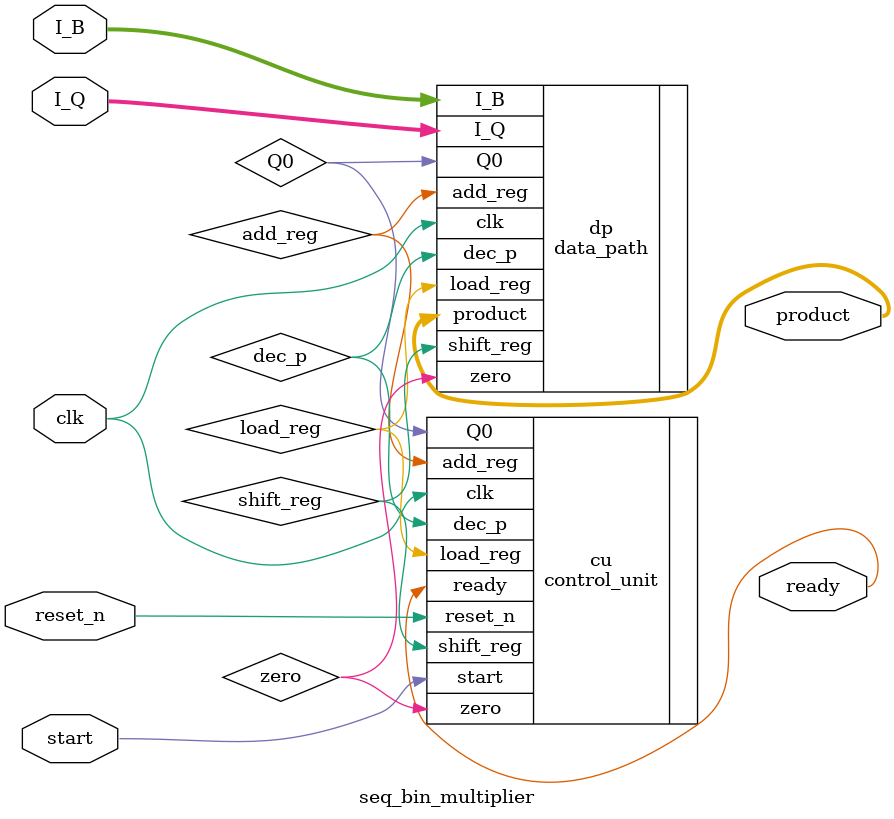
<source format=v>
`timescale 1ns / 1ps


module seq_bin_multiplier
#(parameter bit = 5)
(
    input start , clk , reset_n ,
    input [bit-1:0]I_B , I_Q , 
    output ready, 
    output [(2*bit)-1:0]product 
);
wire  Q0 ,zero;
wire load_reg , shift_reg ,add_reg ,dec_p ;
control_unit #(.bit(bit)) cu (
    .clk(clk),
    .start(start),
    .reset_n(reset_n),
    .zero(zero),
    .Q0(Q0),
    .load_reg(load_reg),
    .add_reg(add_reg),
    .shift_reg(shift_reg),
    .dec_p(dec_p),
    .ready(ready)
);
data_path #(.bit(bit)) dp(
    .clk(clk),
    .load_reg(load_reg),
    .add_reg(add_reg),
    .shift_reg(shift_reg),
    .dec_p(dec_p),
    .I_B(I_B),
    .I_Q(I_Q),
    .zero(zero),
    .Q0(Q0),
    .product(product)
);
endmodule

</source>
